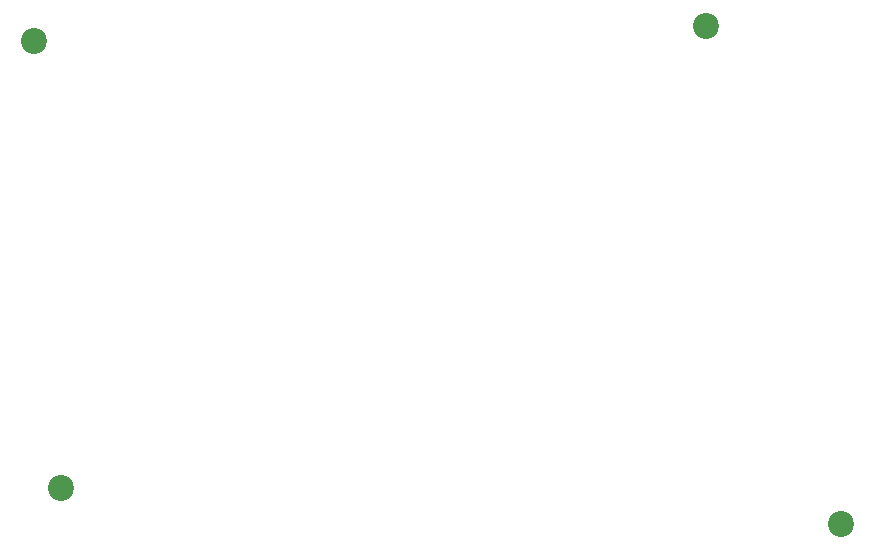
<source format=gbr>
%TF.GenerationSoftware,KiCad,Pcbnew,(5.1.10)-1*%
%TF.CreationDate,2021-12-02T16:11:21-08:00*%
%TF.ProjectId,bgkeeb,62676b65-6562-42e6-9b69-6361645f7063,rev?*%
%TF.SameCoordinates,Original*%
%TF.FileFunction,Soldermask,Bot*%
%TF.FilePolarity,Negative*%
%FSLAX46Y46*%
G04 Gerber Fmt 4.6, Leading zero omitted, Abs format (unit mm)*
G04 Created by KiCad (PCBNEW (5.1.10)-1) date 2021-12-02 16:11:21*
%MOMM*%
%LPD*%
G01*
G04 APERTURE LIST*
%ADD10C,2.200000*%
G04 APERTURE END LIST*
D10*
%TO.C,*%
X72954593Y-94668404D03*
%TD*%
%TO.C,*%
X70668593Y-56822404D03*
%TD*%
%TO.C,*%
X127564593Y-55552404D03*
%TD*%
%TO.C,*%
X138994593Y-97716404D03*
%TD*%
M02*

</source>
